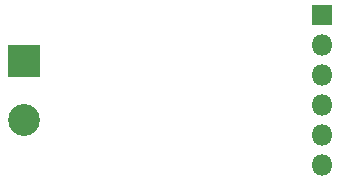
<source format=gbr>
%TF.GenerationSoftware,KiCad,Pcbnew,(5.1.6)-1*%
%TF.CreationDate,2020-11-19T21:10:57+01:00*%
%TF.ProjectId,rs485_transceiver,72733438-355f-4747-9261-6e7363656976,rev?*%
%TF.SameCoordinates,Original*%
%TF.FileFunction,Soldermask,Bot*%
%TF.FilePolarity,Negative*%
%FSLAX46Y46*%
G04 Gerber Fmt 4.6, Leading zero omitted, Abs format (unit mm)*
G04 Created by KiCad (PCBNEW (5.1.6)-1) date 2020-11-19 21:10:57*
%MOMM*%
%LPD*%
G01*
G04 APERTURE LIST*
%ADD10O,1.800000X1.800000*%
%ADD11R,1.800000X1.800000*%
%ADD12C,2.700000*%
%ADD13R,2.700000X2.700000*%
G04 APERTURE END LIST*
D10*
%TO.C,J2*%
X194200000Y-121350000D03*
X194200000Y-118810000D03*
X194200000Y-116270000D03*
X194200000Y-113730000D03*
X194200000Y-111190000D03*
D11*
X194200000Y-108650000D03*
%TD*%
D12*
%TO.C,J1*%
X169000000Y-117500000D03*
D13*
X169000000Y-112500000D03*
%TD*%
M02*

</source>
